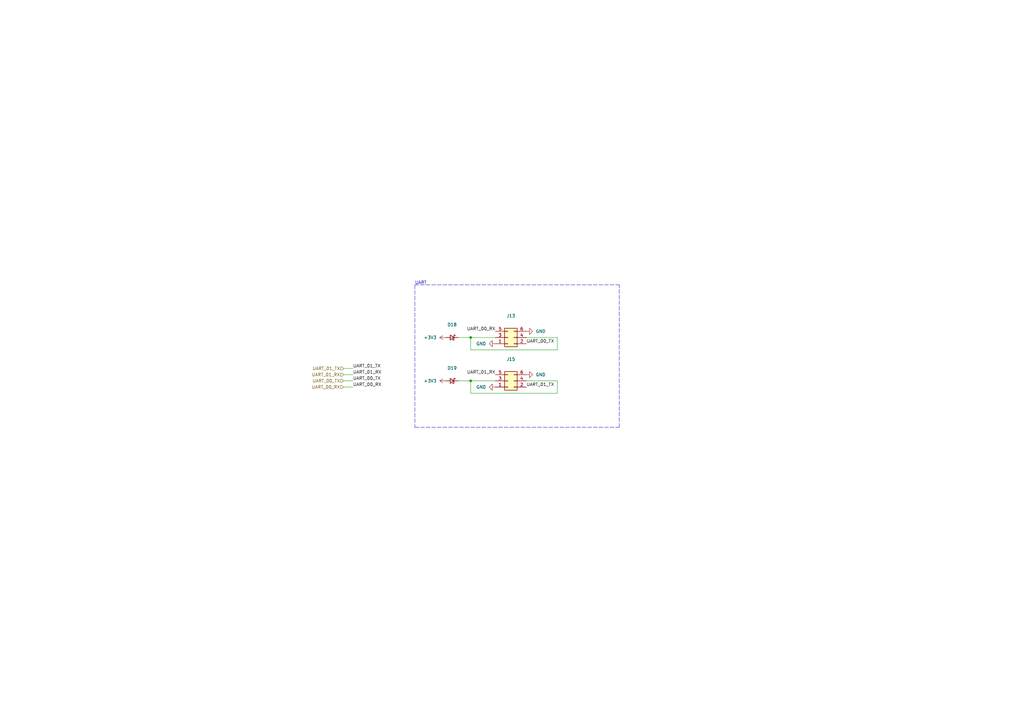
<source format=kicad_sch>
(kicad_sch (version 20211123) (generator eeschema)
  (paper "A3")
  (title_block (title "KLST_SHEEP") (date "2021-05-01") (rev "0.2"))
  (lib_symbols
    (symbol "Connector_Generic:Conn_02x03_Odd_Even" (pin_names (offset 1.016) hide)
      (property "Reference" "J" (at 1.27 5.08 0))
      (property "Value" "Conn_02x03_Odd_Even" (at 1.27 -5.08 0))
      (symbol "Conn_02x03_Odd_Even_1_1"
        (rectangle (start -1.27 -2.413) (end 0 -2.667) (stroke (width 0.1524)))
        (rectangle (start -1.27 0.127) (end 0 -0.127) (stroke (width 0.1524)))
        (rectangle (start -1.27 2.667) (end 0 2.413) (stroke (width 0.1524)))
        (rectangle (start -1.27 3.81) (end 3.81 -3.81) (stroke (width 0.254)) (fill (type background)))
        (rectangle (start 3.81 -2.413) (end 2.54 -2.667) (stroke (width 0.1524)))
        (rectangle (start 3.81 0.127) (end 2.54 -0.127) (stroke (width 0.1524)))
        (rectangle (start 3.81 2.667) (end 2.54 2.413) (stroke (width 0.1524)))
        (pin passive line (at -5.08 2.54 0) (length 3.81) (name "Pin_1") (number "1"))
        (pin passive line (at 7.62 2.54 180) (length 3.81) (name "Pin_2") (number "2"))
        (pin passive line (at -5.08 0 0) (length 3.81) (name "Pin_3") (number "3"))
        (pin passive line (at 7.62 0 180) (length 3.81) (name "Pin_4") (number "4"))
        (pin passive line (at -5.08 -2.54 0) (length 3.81) (name "Pin_5") (number "5"))
        (pin passive line (at 7.62 -2.54 180) (length 3.81) (name "Pin_6") (number "6"))
      )
    )
    (symbol "Device:D_Schottky_Small" (pin_numbers hide) (pin_names (offset 0.254) hide)
      (property "Reference" "D" (at -1.27 2.032 0))
      (property "Value" "D_Schottky_Small" (at -7.112 -2.032 0))
      (symbol "D_Schottky_Small_0_1"
        (polyline (pts (xy -0.762 0) (xy 0.762 0)))
        (polyline (pts (xy 0.762 -1.016) (xy -0.762 0) (xy 0.762 1.016) (xy 0.762 -1.016)) (stroke (width 0.254)))
        (polyline (pts (xy -1.27 0.762) (xy -1.27 1.016) (xy -0.762 1.016) (xy -0.762 -1.016) (xy -0.254 -1.016) (xy -0.254 -0.762)) (stroke (width 0.254)))
      )
      (symbol "D_Schottky_Small_1_1"
        (pin passive line (at -2.54 0 0) (length 1.778) (name "K") (number "1"))
        (pin passive line (at 2.54 0 180) (length 1.778) (name "A") (number "2"))
      )
    )
    (symbol "power:+3V3" (power) (pin_names (offset 0))
      (property "Value" "+3V3" (at 0 3.556 0))
      (symbol "+3V3_0_1"
        (polyline (pts (xy -0.762 1.27) (xy 0 2.54)))
        (polyline (pts (xy 0 0) (xy 0 2.54)))
        (polyline (pts (xy 0 2.54) (xy 0.762 1.27)))
      )
      (symbol "+3V3_1_1"
        (pin power_in line (at 0 0 90) (length 0) hide (name "+3V3") (number "1"))
      )
    )
    (symbol "power:GND" (power) (pin_names (offset 0))
      (property "Value" "GND" (at 0 -3.81 0))
      (symbol "GND_0_1"
        (polyline (pts (xy 0 0) (xy 0 -1.27) (xy 1.27 -1.27) (xy 0 -2.54) (xy -1.27 -1.27) (xy 0 -1.27)))
      )
      (symbol "GND_1_1"
        (pin power_in line (at 0 0 270) (length 0) hide (name "GND") (number "1"))
      )
    )
  )
  (junction (at 193.04 156.21))
  (junction (at 193.04 138.43))
  (wire (pts (xy 144.78 156.21) (xy 140.97 156.21)))
  (wire (pts (xy 144.78 151.13) (xy 140.97 151.13)))
  (wire (pts (xy 193.04 138.43) (xy 203.2 138.43)))
  (wire (pts (xy 228.6 161.29) (xy 228.6 156.21)))
  (polyline (pts (xy 170.18 116.84) (xy 254 116.84)))
  (wire (pts (xy 193.04 143.51) (xy 228.6 143.51)))
  (wire (pts (xy 228.6 138.43) (xy 215.9 138.43)))
  (polyline (pts (xy 170.18 175.26) (xy 254 175.26)))
  (polyline (pts (xy 170.18 116.84) (xy 170.18 175.26)))
  (wire (pts (xy 193.04 161.29) (xy 193.04 156.21)))
  (wire (pts (xy 193.04 138.43) (xy 193.04 143.51)))
  (wire (pts (xy 193.04 161.29) (xy 228.6 161.29)))
  (wire (pts (xy 228.6 156.21) (xy 215.9 156.21)))
  (wire (pts (xy 228.6 143.51) (xy 228.6 138.43)))
  (wire (pts (xy 193.04 156.21) (xy 203.2 156.21)))
  (wire (pts (xy 144.78 158.75) (xy 140.97 158.75)))
  (polyline (pts (xy 254 175.26) (xy 254 116.84)))
  (wire (pts (xy 187.96 156.21) (xy 193.04 156.21)))
  (wire (pts (xy 140.97 153.67) (xy 144.78 153.67)))
  (wire (pts (xy 187.96 138.43) (xy 193.04 138.43)))
  (text "UART" (at 170.18 116.84 0) (effects (font (size 1.27 1.27)) (justify left bottom)))
  (label "UART_01_TX" (at 215.9 158.75 0))
  (label "UART_01_TX" (at 144.78 151.13 0))
  (label "UART_00_TX" (at 215.9 140.97 0))
  (label "UART_01_RX" (at 144.78 153.67 0))
  (label "UART_00_RX" (at 203.2 135.89 180))
  (label "UART_01_RX" (at 203.2 153.67 180))
  (label "UART_00_RX" (at 144.78 158.75 0))
  (label "UART_00_TX" (at 144.78 156.21 0))
  (hierarchical_label "UART_01_RX" (shape input) (at 140.97 153.67 180))
  (hierarchical_label "UART_01_TX" (shape input) (at 140.97 151.13 180))
  (hierarchical_label "UART_00_RX" (shape input) (at 140.97 158.75 180))
  (hierarchical_label "UART_00_TX" (shape input) (at 140.97 156.21 180))
  (symbol (lib_id "power:+3V3") (at 182.88 138.43 90) (unit 1)
    (property "Reference" "#PWR?" (effects hide))
  )
  (symbol (lib_id "Device:D_Schottky_Small") (at 185.42 138.43 0) (mirror y) (unit 1)
    (property "Reference" "D18" (at 185.42 133.1722 0))
    (property "Datasheet" "https://datasheet.lcsc.com/szlcsc/Changjiang-Electronics-Tech-CJ-B5819W_C8598.pdf" (effects hide))
    (property "MFR.Part #" "B5819W" (effects hide))
    (property "Extended Part" "-" (effects hide))
    (property "JLCPCB Part #" "C8598" (effects hide))
  )
  (symbol (lib_id "Connector_Generic:Conn_02x03_Odd_Even") (at 208.28 156.21 0) (mirror x) (unit 1)
    (property "Reference" "J15" (at 209.55 147.32 0))
    (property "MFR.Part #" "300R-6P" (effects hide))
    (property "Extended Part" "-" (effects hide))
    (property "JLCPCB Part #" "C146629" (effects hide))
  )
  (symbol (lib_id "Device:D_Schottky_Small") (at 185.42 156.21 0) (mirror y) (unit 1)
    (property "Reference" "D19" (at 185.42 150.9522 0))
    (property "Datasheet" "https://datasheet.lcsc.com/szlcsc/Changjiang-Electronics-Tech-CJ-B5819W_C8598.pdf" (effects hide))
    (property "MFR.Part #" "B5819W" (effects hide))
    (property "Extended Part" "-" (effects hide))
    (property "JLCPCB Part #" "C8598" (effects hide))
  )
  (symbol (lib_id "Connector_Generic:Conn_02x03_Odd_Even") (at 208.28 138.43 0) (mirror x) (unit 1)
    (property "Reference" "J13" (at 209.55 129.54 0))
    (property "MFR.Part #" "300R-6P" (effects hide))
    (property "Extended Part" "-" (effects hide))
    (property "JLCPCB Part #" "C146629" (effects hide))
  )
  (symbol (lib_id "power:GND") (at 203.2 140.97 270) (unit 1)
    (property "Reference" "#PWR?" (effects hide))
  )
  (symbol (lib_id "power:GND") (at 215.9 135.89 90) (unit 1)
    (property "Reference" "#PWR?" (effects hide))
  )
  (symbol (lib_id "power:+3V3") (at 182.88 156.21 90) (mirror x) (unit 1)
    (property "Reference" "#PWR?" (effects hide))
  )
  (symbol (lib_id "power:GND") (at 203.2 158.75 270) (unit 1)
    (property "Reference" "#PWR?" (effects hide))
  )
  (symbol (lib_id "power:GND") (at 215.9 153.67 90) (unit 1)
    (property "Reference" "#PWR?" (effects hide))
  )
)
</source>
